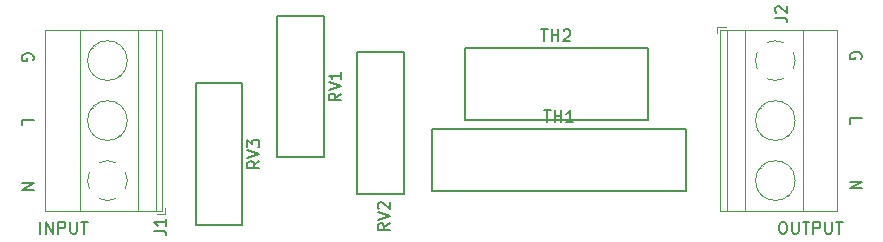
<source format=gbr>
G04 #@! TF.GenerationSoftware,KiCad,Pcbnew,5.1.5+dfsg1-2build2*
G04 #@! TF.CreationDate,2021-08-12T21:57:11-05:00*
G04 #@! TF.ProjectId,INRUSH_CURRENT_LIMITER,494e5255-5348-45f4-9355-5252454e545f,rev?*
G04 #@! TF.SameCoordinates,Original*
G04 #@! TF.FileFunction,Legend,Top*
G04 #@! TF.FilePolarity,Positive*
%FSLAX46Y46*%
G04 Gerber Fmt 4.6, Leading zero omitted, Abs format (unit mm)*
G04 Created by KiCad (PCBNEW 5.1.5+dfsg1-2build2) date 2021-08-12 21:57:11*
%MOMM*%
%LPD*%
G04 APERTURE LIST*
%ADD10C,0.150000*%
%ADD11C,0.120000*%
G04 APERTURE END LIST*
D10*
X164854238Y-118578380D02*
X165044714Y-118578380D01*
X165139952Y-118626000D01*
X165235190Y-118721238D01*
X165282809Y-118911714D01*
X165282809Y-119245047D01*
X165235190Y-119435523D01*
X165139952Y-119530761D01*
X165044714Y-119578380D01*
X164854238Y-119578380D01*
X164759000Y-119530761D01*
X164663761Y-119435523D01*
X164616142Y-119245047D01*
X164616142Y-118911714D01*
X164663761Y-118721238D01*
X164759000Y-118626000D01*
X164854238Y-118578380D01*
X165711380Y-118578380D02*
X165711380Y-119387904D01*
X165759000Y-119483142D01*
X165806619Y-119530761D01*
X165901857Y-119578380D01*
X166092333Y-119578380D01*
X166187571Y-119530761D01*
X166235190Y-119483142D01*
X166282809Y-119387904D01*
X166282809Y-118578380D01*
X166616142Y-118578380D02*
X167187571Y-118578380D01*
X166901857Y-119578380D02*
X166901857Y-118578380D01*
X167520904Y-119578380D02*
X167520904Y-118578380D01*
X167901857Y-118578380D01*
X167997095Y-118626000D01*
X168044714Y-118673619D01*
X168092333Y-118768857D01*
X168092333Y-118911714D01*
X168044714Y-119006952D01*
X167997095Y-119054571D01*
X167901857Y-119102190D01*
X167520904Y-119102190D01*
X168520904Y-118578380D02*
X168520904Y-119387904D01*
X168568523Y-119483142D01*
X168616142Y-119530761D01*
X168711380Y-119578380D01*
X168901857Y-119578380D01*
X168997095Y-119530761D01*
X169044714Y-119483142D01*
X169092333Y-119387904D01*
X169092333Y-118578380D01*
X169425666Y-118578380D02*
X169997095Y-118578380D01*
X169711380Y-119578380D02*
X169711380Y-118578380D01*
X102084428Y-119578380D02*
X102084428Y-118578380D01*
X102560619Y-119578380D02*
X102560619Y-118578380D01*
X103132047Y-119578380D01*
X103132047Y-118578380D01*
X103608238Y-119578380D02*
X103608238Y-118578380D01*
X103989190Y-118578380D01*
X104084428Y-118626000D01*
X104132047Y-118673619D01*
X104179666Y-118768857D01*
X104179666Y-118911714D01*
X104132047Y-119006952D01*
X104084428Y-119054571D01*
X103989190Y-119102190D01*
X103608238Y-119102190D01*
X104608238Y-118578380D02*
X104608238Y-119387904D01*
X104655857Y-119483142D01*
X104703476Y-119530761D01*
X104798714Y-119578380D01*
X104989190Y-119578380D01*
X105084428Y-119530761D01*
X105132047Y-119483142D01*
X105179666Y-119387904D01*
X105179666Y-118578380D01*
X105513000Y-118578380D02*
X106084428Y-118578380D01*
X105798714Y-119578380D02*
X105798714Y-118578380D01*
X171569000Y-104743904D02*
X171616619Y-104648666D01*
X171616619Y-104505809D01*
X171569000Y-104362952D01*
X171473761Y-104267714D01*
X171378523Y-104220095D01*
X171188047Y-104172476D01*
X171045190Y-104172476D01*
X170854714Y-104220095D01*
X170759476Y-104267714D01*
X170664238Y-104362952D01*
X170616619Y-104505809D01*
X170616619Y-104601047D01*
X170664238Y-104743904D01*
X170711857Y-104791523D01*
X171045190Y-104791523D01*
X171045190Y-104601047D01*
X170616619Y-110267714D02*
X170616619Y-109791523D01*
X171616619Y-109791523D01*
X170616619Y-115172476D02*
X171616619Y-115172476D01*
X170616619Y-115743904D01*
X171616619Y-115743904D01*
X101465000Y-104870904D02*
X101512619Y-104775666D01*
X101512619Y-104632809D01*
X101465000Y-104489952D01*
X101369761Y-104394714D01*
X101274523Y-104347095D01*
X101084047Y-104299476D01*
X100941190Y-104299476D01*
X100750714Y-104347095D01*
X100655476Y-104394714D01*
X100560238Y-104489952D01*
X100512619Y-104632809D01*
X100512619Y-104728047D01*
X100560238Y-104870904D01*
X100607857Y-104918523D01*
X100941190Y-104918523D01*
X100941190Y-104728047D01*
X100512619Y-110394714D02*
X100512619Y-109918523D01*
X101512619Y-109918523D01*
X100512619Y-115299476D02*
X101512619Y-115299476D01*
X100512619Y-115870904D01*
X101512619Y-115870904D01*
X132822000Y-104176000D02*
X128922000Y-104176000D01*
X132822000Y-116176000D02*
X128922000Y-116176000D01*
X132822000Y-104176000D02*
X132822000Y-116176000D01*
X128922000Y-104176000D02*
X128922000Y-116176000D01*
X122150000Y-113121000D02*
X126050000Y-113121000D01*
X122150000Y-101121000D02*
X126050000Y-101121000D01*
X122150000Y-113121000D02*
X122150000Y-101121000D01*
X126050000Y-113121000D02*
X126050000Y-101121000D01*
X115250000Y-118836000D02*
X119150000Y-118836000D01*
X115250000Y-106836000D02*
X119150000Y-106836000D01*
X115250000Y-118836000D02*
X115250000Y-106836000D01*
X119150000Y-118836000D02*
X119150000Y-106836000D01*
X153500000Y-109931000D02*
X153500000Y-103831000D01*
X138000000Y-109931000D02*
X138000000Y-103831000D01*
X153500000Y-109931000D02*
X138000000Y-109931000D01*
X153500000Y-103831000D02*
X138000000Y-103831000D01*
X156750000Y-115977000D02*
X156750000Y-110677000D01*
X135250000Y-115977000D02*
X135250000Y-110677000D01*
X156750000Y-115977000D02*
X135250000Y-115977000D01*
X156750000Y-110677000D02*
X135250000Y-110677000D01*
D11*
X159400000Y-102080000D02*
X159400000Y-102580000D01*
X160140000Y-102080000D02*
X159400000Y-102080000D01*
X163277000Y-113853000D02*
X163231000Y-113806000D01*
X165575000Y-116150000D02*
X165539000Y-116115000D01*
X163061000Y-114046000D02*
X163026000Y-114011000D01*
X165369000Y-116355000D02*
X165323000Y-116308000D01*
X163277000Y-108773000D02*
X163231000Y-108726000D01*
X165575000Y-111070000D02*
X165539000Y-111035000D01*
X163061000Y-108966000D02*
X163026000Y-108931000D01*
X165369000Y-111275000D02*
X165323000Y-111228000D01*
X169561000Y-117680000D02*
X159640000Y-117680000D01*
X169561000Y-102320000D02*
X159640000Y-102320000D01*
X159640000Y-102320000D02*
X159640000Y-117680000D01*
X169561000Y-102320000D02*
X169561000Y-117680000D01*
X166601000Y-102320000D02*
X166601000Y-117680000D01*
X161700000Y-102320000D02*
X161700000Y-117680000D01*
X160200000Y-102320000D02*
X160200000Y-117680000D01*
X165980000Y-115080000D02*
G75*
G03X165980000Y-115080000I-1680000J0D01*
G01*
X165980000Y-110000000D02*
G75*
G03X165980000Y-110000000I-1680000J0D01*
G01*
X162619747Y-104948805D02*
G75*
G02X162765000Y-104236000I1680253J28805D01*
G01*
X163616958Y-103384574D02*
G75*
G02X164984000Y-103385000I683042J-1535426D01*
G01*
X165835426Y-104236958D02*
G75*
G02X165835000Y-105604000I-1535426J-683042D01*
G01*
X164983042Y-106455426D02*
G75*
G02X163616000Y-106455000I-683042J1535426D01*
G01*
X162765244Y-105603318D02*
G75*
G02X162620000Y-104920000I1534756J683318D01*
G01*
X112650000Y-117920000D02*
X112650000Y-117420000D01*
X111910000Y-117920000D02*
X112650000Y-117920000D01*
X108773000Y-106147000D02*
X108819000Y-106194000D01*
X106475000Y-103850000D02*
X106511000Y-103885000D01*
X108989000Y-105954000D02*
X109024000Y-105989000D01*
X106681000Y-103645000D02*
X106727000Y-103692000D01*
X108773000Y-111227000D02*
X108819000Y-111274000D01*
X106475000Y-108930000D02*
X106511000Y-108965000D01*
X108989000Y-111034000D02*
X109024000Y-111069000D01*
X106681000Y-108725000D02*
X106727000Y-108772000D01*
X102489000Y-102320000D02*
X112410000Y-102320000D01*
X102489000Y-117680000D02*
X112410000Y-117680000D01*
X112410000Y-117680000D02*
X112410000Y-102320000D01*
X102489000Y-117680000D02*
X102489000Y-102320000D01*
X105449000Y-117680000D02*
X105449000Y-102320000D01*
X110350000Y-117680000D02*
X110350000Y-102320000D01*
X111850000Y-117680000D02*
X111850000Y-102320000D01*
X109430000Y-104920000D02*
G75*
G03X109430000Y-104920000I-1680000J0D01*
G01*
X109430000Y-110000000D02*
G75*
G03X109430000Y-110000000I-1680000J0D01*
G01*
X109430253Y-115051195D02*
G75*
G02X109285000Y-115764000I-1680253J-28805D01*
G01*
X108433042Y-116615426D02*
G75*
G02X107066000Y-116615000I-683042J1535426D01*
G01*
X106214574Y-115763042D02*
G75*
G02X106215000Y-114396000I1535426J683042D01*
G01*
X107066958Y-113544574D02*
G75*
G02X108434000Y-113545000I683042J-1535426D01*
G01*
X109284756Y-114396682D02*
G75*
G02X109430000Y-115080000I-1534756J-683318D01*
G01*
D10*
X131643380Y-118705238D02*
X131167190Y-119038571D01*
X131643380Y-119276666D02*
X130643380Y-119276666D01*
X130643380Y-118895714D01*
X130691000Y-118800476D01*
X130738619Y-118752857D01*
X130833857Y-118705238D01*
X130976714Y-118705238D01*
X131071952Y-118752857D01*
X131119571Y-118800476D01*
X131167190Y-118895714D01*
X131167190Y-119276666D01*
X130643380Y-118419523D02*
X131643380Y-118086190D01*
X130643380Y-117752857D01*
X130738619Y-117467142D02*
X130691000Y-117419523D01*
X130643380Y-117324285D01*
X130643380Y-117086190D01*
X130691000Y-116990952D01*
X130738619Y-116943333D01*
X130833857Y-116895714D01*
X130929095Y-116895714D01*
X131071952Y-116943333D01*
X131643380Y-117514761D01*
X131643380Y-116895714D01*
X127502380Y-107716238D02*
X127026190Y-108049571D01*
X127502380Y-108287666D02*
X126502380Y-108287666D01*
X126502380Y-107906714D01*
X126550000Y-107811476D01*
X126597619Y-107763857D01*
X126692857Y-107716238D01*
X126835714Y-107716238D01*
X126930952Y-107763857D01*
X126978571Y-107811476D01*
X127026190Y-107906714D01*
X127026190Y-108287666D01*
X126502380Y-107430523D02*
X127502380Y-107097190D01*
X126502380Y-106763857D01*
X127502380Y-105906714D02*
X127502380Y-106478142D01*
X127502380Y-106192428D02*
X126502380Y-106192428D01*
X126645238Y-106287666D01*
X126740476Y-106382904D01*
X126788095Y-106478142D01*
X120602380Y-113431238D02*
X120126190Y-113764571D01*
X120602380Y-114002666D02*
X119602380Y-114002666D01*
X119602380Y-113621714D01*
X119650000Y-113526476D01*
X119697619Y-113478857D01*
X119792857Y-113431238D01*
X119935714Y-113431238D01*
X120030952Y-113478857D01*
X120078571Y-113526476D01*
X120126190Y-113621714D01*
X120126190Y-114002666D01*
X119602380Y-113145523D02*
X120602380Y-112812190D01*
X119602380Y-112478857D01*
X119602380Y-112240761D02*
X119602380Y-111621714D01*
X119983333Y-111955047D01*
X119983333Y-111812190D01*
X120030952Y-111716952D01*
X120078571Y-111669333D01*
X120173809Y-111621714D01*
X120411904Y-111621714D01*
X120507142Y-111669333D01*
X120554761Y-111716952D01*
X120602380Y-111812190D01*
X120602380Y-112097904D01*
X120554761Y-112193142D01*
X120507142Y-112240761D01*
X144464285Y-102283380D02*
X145035714Y-102283380D01*
X144750000Y-103283380D02*
X144750000Y-102283380D01*
X145369047Y-103283380D02*
X145369047Y-102283380D01*
X145369047Y-102759571D02*
X145940476Y-102759571D01*
X145940476Y-103283380D02*
X145940476Y-102283380D01*
X146369047Y-102378619D02*
X146416666Y-102331000D01*
X146511904Y-102283380D01*
X146750000Y-102283380D01*
X146845238Y-102331000D01*
X146892857Y-102378619D01*
X146940476Y-102473857D01*
X146940476Y-102569095D01*
X146892857Y-102711952D01*
X146321428Y-103283380D01*
X146940476Y-103283380D01*
X144714285Y-109129380D02*
X145285714Y-109129380D01*
X145000000Y-110129380D02*
X145000000Y-109129380D01*
X145619047Y-110129380D02*
X145619047Y-109129380D01*
X145619047Y-109605571D02*
X146190476Y-109605571D01*
X146190476Y-110129380D02*
X146190476Y-109129380D01*
X147190476Y-110129380D02*
X146619047Y-110129380D01*
X146904761Y-110129380D02*
X146904761Y-109129380D01*
X146809523Y-109272238D01*
X146714285Y-109367476D01*
X146619047Y-109415095D01*
X164298380Y-101298333D02*
X165012666Y-101298333D01*
X165155523Y-101345952D01*
X165250761Y-101441190D01*
X165298380Y-101584047D01*
X165298380Y-101679285D01*
X164393619Y-100869761D02*
X164346000Y-100822142D01*
X164298380Y-100726904D01*
X164298380Y-100488809D01*
X164346000Y-100393571D01*
X164393619Y-100345952D01*
X164488857Y-100298333D01*
X164584095Y-100298333D01*
X164726952Y-100345952D01*
X165298380Y-100917380D01*
X165298380Y-100298333D01*
X111720380Y-119332333D02*
X112434666Y-119332333D01*
X112577523Y-119379952D01*
X112672761Y-119475190D01*
X112720380Y-119618047D01*
X112720380Y-119713285D01*
X112720380Y-118332333D02*
X112720380Y-118903761D01*
X112720380Y-118618047D02*
X111720380Y-118618047D01*
X111863238Y-118713285D01*
X111958476Y-118808523D01*
X112006095Y-118903761D01*
M02*

</source>
